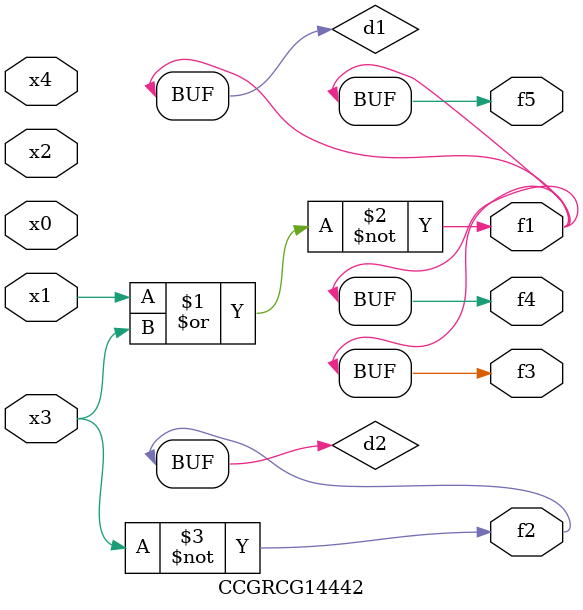
<source format=v>
module CCGRCG14442(
	input x0, x1, x2, x3, x4,
	output f1, f2, f3, f4, f5
);

	wire d1, d2;

	nor (d1, x1, x3);
	not (d2, x3);
	assign f1 = d1;
	assign f2 = d2;
	assign f3 = d1;
	assign f4 = d1;
	assign f5 = d1;
endmodule

</source>
